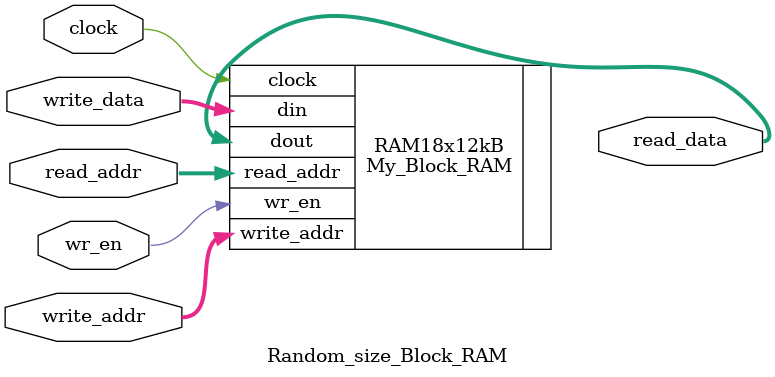
<source format=v>
`timescale 1ns / 1ps
module Random_size_Block_RAM#(parameter my_data_width=18,
													 my_address_width=14)(
	 input clock,
    input [my_address_width-1:0] read_addr,
    input [my_address_width-1:0]write_addr,
    input wr_en,
    input [my_data_width-1:0]write_data,
    output[my_data_width-1:0]read_data
    );

My_Block_RAM #(.DATA_WIDTH(my_data_width),.ADDRESS_WIDTH(my_address_width)) RAM18x12kB 
(.read_addr(read_addr),
	.write_addr(write_addr),
	.wr_en(wr_en),
	.din(write_data),
	.dout(read_data),
	.clock(clock)
	);



endmodule

</source>
